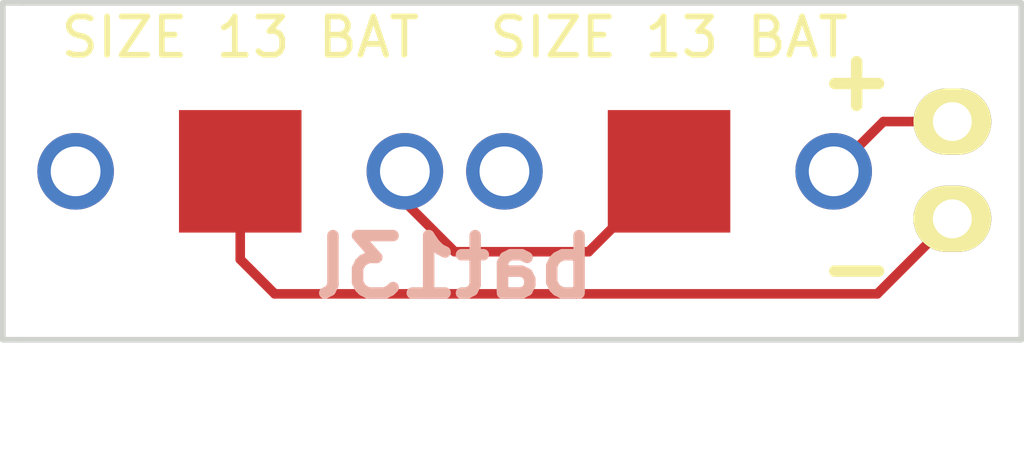
<source format=kicad_pcb>
(kicad_pcb (version 4) (host pcbnew 4.0.7-e2-6376~58~ubuntu16.04.1)

  (general
    (links 0)
    (no_connects 0)
    (area 151.9 80.025 174.1 97.575)
    (thickness 1.6)
    (drawings 9)
    (tracks 12)
    (zones 0)
    (modules 3)
    (nets 1)
  )

  (page A4)
  (layers
    (0 F.Cu signal)
    (31 B.Cu signal)
    (32 B.Adhes user)
    (33 F.Adhes user)
    (34 B.Paste user)
    (35 F.Paste user)
    (36 B.SilkS user)
    (37 F.SilkS user)
    (38 B.Mask user)
    (39 F.Mask user)
    (40 Dwgs.User user)
    (41 Cmts.User user)
    (42 Eco1.User user)
    (43 Eco2.User user)
    (44 Edge.Cuts user)
    (45 Margin user)
    (46 B.CrtYd user)
    (47 F.CrtYd user)
    (48 B.Fab user)
    (49 F.Fab user)
  )

  (setup
    (last_trace_width 0.25)
    (trace_clearance 0.2)
    (zone_clearance 0.508)
    (zone_45_only no)
    (trace_min 0.2)
    (segment_width 0.2)
    (edge_width 0.15)
    (via_size 0.6)
    (via_drill 0.4)
    (via_min_size 0.4)
    (via_min_drill 0.3)
    (uvia_size 0.3)
    (uvia_drill 0.1)
    (uvias_allowed no)
    (uvia_min_size 0.2)
    (uvia_min_drill 0.1)
    (pcb_text_width 0.3)
    (pcb_text_size 1.5 1.5)
    (mod_edge_width 0.15)
    (mod_text_size 1 1)
    (mod_text_width 0.15)
    (pad_size 1.524 1.524)
    (pad_drill 0.762)
    (pad_to_mask_clearance 0.2)
    (aux_axis_origin 0 0)
    (visible_elements FFFFFF7F)
    (pcbplotparams
      (layerselection 0x00030_80000001)
      (usegerberextensions false)
      (excludeedgelayer true)
      (linewidth 0.150000)
      (plotframeref false)
      (viasonmask false)
      (mode 1)
      (useauxorigin false)
      (hpglpennumber 1)
      (hpglpenspeed 20)
      (hpglpendiameter 15)
      (hpglpenoverlay 2)
      (psnegative false)
      (psa4output false)
      (plotreference true)
      (plotvalue true)
      (plotinvisibletext false)
      (padsonsilk false)
      (subtractmaskfromsilk false)
      (outputformat 1)
      (mirror false)
      (drillshape 1)
      (scaleselection 1)
      (outputdirectory ""))
  )

  (net 0 "")

  (net_class Default "This is the default net class."
    (clearance 0.2)
    (trace_width 0.25)
    (via_dia 0.6)
    (via_drill 0.4)
    (uvia_dia 0.3)
    (uvia_drill 0.1)
  )

  (module 00my_modules:Pin_Header_Straight_1x02 (layer F.Cu) (tedit 0) (tstamp 5B2EF753)
    (at 176 87.7)
    (descr "Through hole pin header")
    (tags "pin header")
    (fp_text reference "" (at 0 -2.4) (layer F.SilkS)
      (effects (font (size 0.5 0.5) (thickness 0.01)))
    )
    (fp_text value "" (at 0 -3.1) (layer F.Fab)
      (effects (font (size 0.5 0.5) (thickness 0.01)))
    )
    (fp_line (start -1.75 -1.75) (end -1.75 4.29) (layer F.CrtYd) (width 0.05))
    (fp_line (start 1.75 -1.75) (end 1.75 4.29) (layer F.CrtYd) (width 0.05))
    (fp_line (start -1.75 -1.75) (end 1.75 -1.75) (layer F.CrtYd) (width 0.05))
    (fp_line (start -1.75 4.29) (end 1.75 4.29) (layer F.CrtYd) (width 0.05))
    (pad 1 thru_hole oval (at 0 0) (size 2.032 1.7272) (drill 1.016) (layers *.Cu *.Mask F.SilkS))
    (pad 2 thru_hole oval (at 0 2.54) (size 2.032 1.7272) (drill 1.016) (layers *.Cu *.Mask F.SilkS))
  )

  (module 00my_modules:Keystone_2989_1x13mm-CoinCell (layer F.Cu) (tedit 5B2EF5D5) (tstamp 5B2EF60B)
    (at 168.6 89)
    (descr http://www.keyelco.com/product-pdf.cfm?p=778)
    (tags "Keystone type 2989 coin cell retainer")
    (fp_text reference "SIZE 13 BAT" (at 0 -3.5) (layer F.SilkS)
      (effects (font (size 1 1) (thickness 0.15)))
    )
    (fp_text value "" (at 0 7.5) (layer F.Fab)
      (effects (font (size 1 1) (thickness 0.15)))
    )
    (fp_circle (center 0 0) (end 0 4.4) (layer Dwgs.User) (width 0.15))
    (pad 1 thru_hole circle (at -4.3 0) (size 2 2) (drill 1.3) (layers *.Cu *.Mask))
    (pad 1 thru_hole circle (at 4.3 0) (size 2 2) (drill 1.3) (layers *.Cu *.Mask))
    (pad 2 smd rect (at 0 0) (size 3.2 3.2) (layers F.Cu F.Mask))
    (model Battery_Holders.3dshapes/Keystone_2989_1x13mm-CoinCell.wrl
      (at (xyz 0 0 0))
      (scale (xyz 1 1 1))
      (rotate (xyz 0 0 0))
    )
  )

  (module 00my_modules:Keystone_2989_1x13mm-CoinCell (layer F.Cu) (tedit 5B2EF5CA) (tstamp 5B2EF61A)
    (at 157.4 89)
    (descr http://www.keyelco.com/product-pdf.cfm?p=778)
    (tags "Keystone type 2989 coin cell retainer")
    (fp_text reference "SIZE 13 BAT" (at 0 -3.5) (layer F.SilkS)
      (effects (font (size 1 1) (thickness 0.15)))
    )
    (fp_text value "" (at 0 7.5) (layer F.Fab)
      (effects (font (size 1 1) (thickness 0.15)))
    )
    (fp_circle (center 0 0) (end 0 4.4) (layer Dwgs.User) (width 0.15))
    (pad 1 thru_hole circle (at -4.3 0) (size 2 2) (drill 1.3) (layers *.Cu *.Mask))
    (pad 1 thru_hole circle (at 4.3 0) (size 2 2) (drill 1.3) (layers *.Cu *.Mask))
    (pad 2 smd rect (at 0 0) (size 3.2 3.2) (layers F.Cu F.Mask))
    (model Battery_Holders.3dshapes/Keystone_2989_1x13mm-CoinCell.wrl
      (at (xyz 0 0 0))
      (scale (xyz 1 1 1))
      (rotate (xyz 0 0 0))
    )
  )

  (gr_text bat13l (at 163 91.5) (layer B.SilkS)
    (effects (font (size 1.5 1.5) (thickness 0.3)) (justify mirror))
  )
  (gr_line (start 151.2 93.4) (end 151.7 93.4) (angle 90) (layer Edge.Cuts) (width 0.15))
  (gr_line (start 151.2 84.6) (end 151.2 93.4) (angle 90) (layer Edge.Cuts) (width 0.15))
  (gr_line (start 151.7 84.6) (end 151.2 84.6) (angle 90) (layer Edge.Cuts) (width 0.15))
  (gr_line (start 151.7 93.4) (end 177.8 93.4) (angle 90) (layer Edge.Cuts) (width 0.15))
  (gr_line (start 177.8 84.6) (end 151.7 84.6) (angle 90) (layer Edge.Cuts) (width 0.15))
  (gr_line (start 177.8 93.4) (end 177.8 84.6) (angle 90) (layer Edge.Cuts) (width 0.15))
  (gr_text - (at 173.5 91.5) (layer F.SilkS)
    (effects (font (size 1.5 1.5) (thickness 0.3)))
  )
  (gr_text + (at 173.5 86.6) (layer F.SilkS)
    (effects (font (size 1.5 1.5) (thickness 0.3)))
  )

  (segment (start 157.4 89) (end 157.4 91.3) (width 0.25) (layer F.Cu) (net 0) (status 400000))
  (segment (start 174.04 92.2) (end 176 90.24) (width 0.25) (layer F.Cu) (net 0) (tstamp 5B2EF7BD) (status 800000))
  (segment (start 158.3 92.2) (end 174.04 92.2) (width 0.25) (layer F.Cu) (net 0) (tstamp 5B2EF7BC))
  (segment (start 157.4 91.3) (end 158.3 92.2) (width 0.25) (layer F.Cu) (net 0) (tstamp 5B2EF7BA))
  (segment (start 161.7 89) (end 161.7 89.8) (width 0.25) (layer F.Cu) (net 0) (status C00000))
  (segment (start 161.7 89.8) (end 163 91.1) (width 0.25) (layer F.Cu) (net 0) (tstamp 5B2EF7B4) (status 400000))
  (segment (start 163 91.1) (end 166.5 91.1) (width 0.25) (layer F.Cu) (net 0) (tstamp 5B2EF7B5))
  (segment (start 166.5 91.1) (end 168.6 89) (width 0.25) (layer F.Cu) (net 0) (tstamp 5B2EF7B7) (status 800000))
  (segment (start 176 87.7) (end 174.2 87.7) (width 0.25) (layer F.Cu) (net 0) (status 400000))
  (segment (start 174.2 87.7) (end 172.9 89) (width 0.25) (layer F.Cu) (net 0) (tstamp 5B2EF7B1) (status 800000))
  (segment (start 176 90.24) (end 175.76 90.24) (width 0.25) (layer F.Cu) (net 0))
  (segment (start 172.9 89) (end 172.9 88.6) (width 0.25) (layer B.Cu) (net 0))

)

</source>
